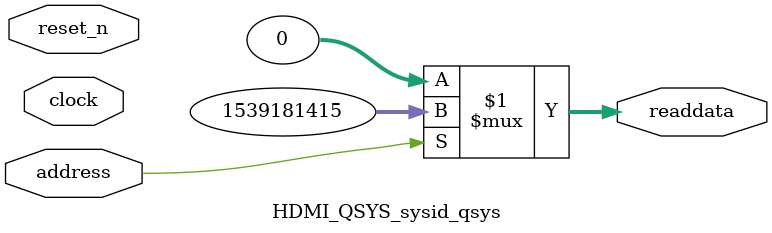
<source format=v>

`timescale 1ns / 1ps
// synthesis translate_on

// turn off superfluous verilog processor warnings 
// altera message_level Level1 
// altera message_off 10034 10035 10036 10037 10230 10240 10030 

module HDMI_QSYS_sysid_qsys (
               // inputs:
                address,
                clock,
                reset_n,

               // outputs:
                readdata
             )
;

  output  [ 31: 0] readdata;
  input            address;
  input            clock;
  input            reset_n;

  wire    [ 31: 0] readdata;
  //control_slave, which is an e_avalon_slave
  assign readdata = address ? 1539181415 : 0;

endmodule




</source>
